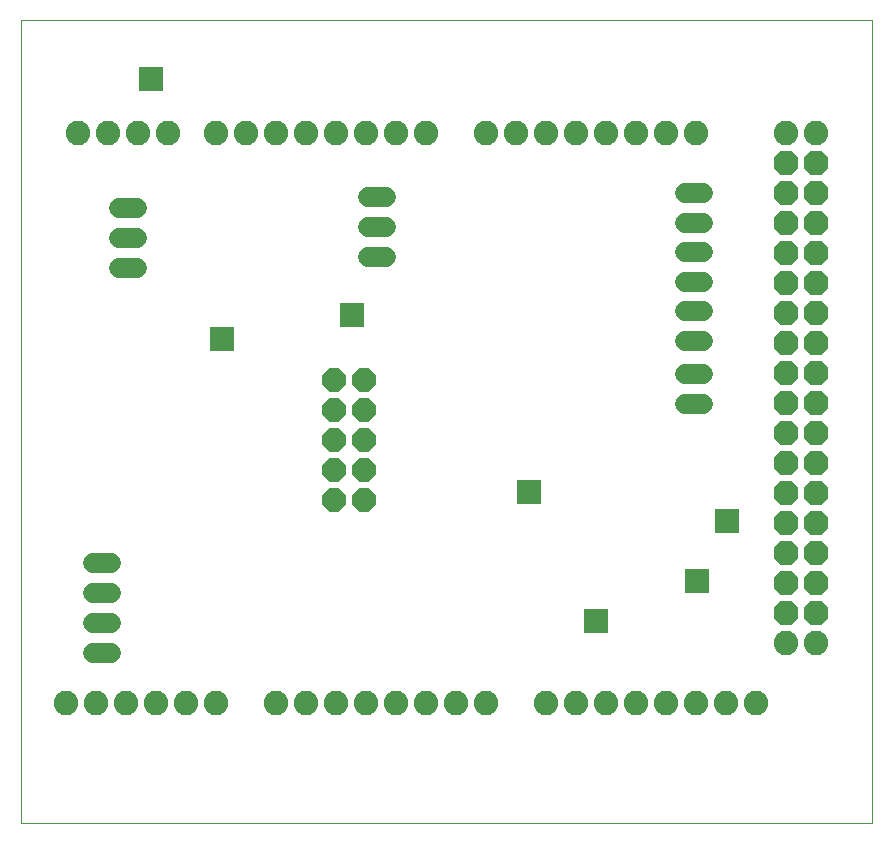
<source format=gbs>
G75*
%MOIN*%
%OFA0B0*%
%FSLAX24Y24*%
%IPPOS*%
%LPD*%
%AMOC8*
5,1,8,0,0,1.08239X$1,22.5*
%
%ADD10C,0.0000*%
%ADD11C,0.0680*%
%ADD12OC8,0.0800*%
%ADD13C,0.0820*%
%ADD14OC8,0.0820*%
%ADD15R,0.0840X0.0840*%
D10*
X008434Y000694D02*
X008434Y027465D01*
X036781Y027465D01*
X036781Y000694D01*
X008434Y000694D01*
D11*
X010815Y006363D02*
X011415Y006363D01*
X011415Y007363D02*
X010815Y007363D01*
X010815Y008363D02*
X011415Y008363D01*
X011415Y009363D02*
X010815Y009363D01*
X011677Y019182D02*
X012277Y019182D01*
X012277Y020182D02*
X011677Y020182D01*
X011677Y021182D02*
X012277Y021182D01*
X019988Y021556D02*
X020588Y021556D01*
X020588Y020556D02*
X019988Y020556D01*
X019988Y019556D02*
X020588Y019556D01*
X030575Y019729D02*
X031175Y019729D01*
X031175Y020698D02*
X030575Y020698D01*
X030575Y021698D02*
X031175Y021698D01*
X031175Y018729D02*
X030575Y018729D01*
X030575Y017761D02*
X031175Y017761D01*
X031175Y016761D02*
X030575Y016761D01*
X030575Y015666D02*
X031175Y015666D01*
X031175Y014666D02*
X030575Y014666D01*
D12*
X019875Y014444D03*
X019875Y015444D03*
X018875Y015444D03*
X018875Y014444D03*
X018875Y013444D03*
X019875Y013444D03*
X019875Y012444D03*
X018875Y012444D03*
X018875Y011444D03*
X019875Y011444D03*
D13*
X019938Y004694D03*
X020938Y004694D03*
X021938Y004694D03*
X022938Y004694D03*
X023938Y004694D03*
X025938Y004694D03*
X026938Y004694D03*
X027938Y004694D03*
X028938Y004694D03*
X029938Y004694D03*
X030938Y004694D03*
X031938Y004694D03*
X032938Y004694D03*
X033938Y006694D03*
X034938Y006694D03*
X018938Y004694D03*
X017938Y004694D03*
X016938Y004694D03*
X014938Y004694D03*
X013938Y004694D03*
X012938Y004694D03*
X011938Y004694D03*
X010938Y004694D03*
X009938Y004694D03*
X010338Y023694D03*
X011338Y023694D03*
X012338Y023694D03*
X013338Y023694D03*
X014938Y023694D03*
X015938Y023694D03*
X016938Y023694D03*
X017938Y023694D03*
X018938Y023694D03*
X019938Y023694D03*
X020938Y023694D03*
X021938Y023694D03*
X023938Y023694D03*
X024938Y023694D03*
X025938Y023694D03*
X026938Y023694D03*
X027938Y023694D03*
X028938Y023694D03*
X029938Y023694D03*
X030938Y023694D03*
X033938Y023694D03*
X034938Y023694D03*
D14*
X034938Y022694D03*
X033938Y022694D03*
X033938Y021694D03*
X034938Y021694D03*
X034938Y020694D03*
X033938Y020694D03*
X033938Y019694D03*
X034938Y019694D03*
X034938Y018694D03*
X033938Y018694D03*
X033938Y017694D03*
X034938Y017694D03*
X034938Y016694D03*
X033938Y016694D03*
X033938Y015694D03*
X034938Y015694D03*
X034938Y014694D03*
X033938Y014694D03*
X033938Y013694D03*
X034938Y013694D03*
X034938Y012694D03*
X033938Y012694D03*
X033938Y011694D03*
X034938Y011694D03*
X034938Y010694D03*
X033938Y010694D03*
X033938Y009694D03*
X034938Y009694D03*
X034938Y008694D03*
X033938Y008694D03*
X033938Y007694D03*
X034938Y007694D03*
D15*
X030966Y008765D03*
X031950Y010749D03*
X027607Y007426D03*
X025363Y011717D03*
X019458Y017623D03*
X015127Y016835D03*
X012765Y025497D03*
M02*

</source>
